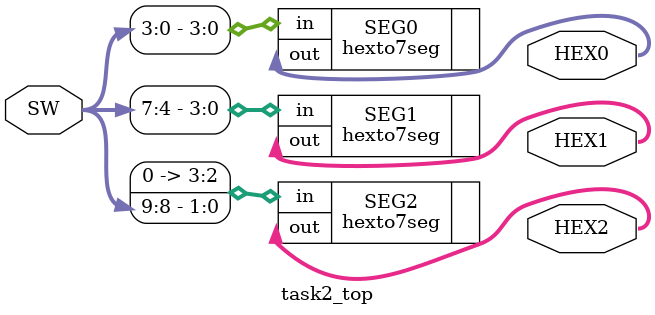
<source format=sv>
module task2_top(
	input logic [9:0] SW,
	output logic [6:0] HEX0, HEX1, HEX2
);

	hexto7seg	SEG0(.out(HEX0), .in(SW[3:0]));
	hexto7seg	SEG1(.out(HEX1), .in(SW[7:4]));
	hexto7seg	SEG2(.out(HEX2), .in({2'b00, SW[9:8]}));
	
endmodule 
</source>
